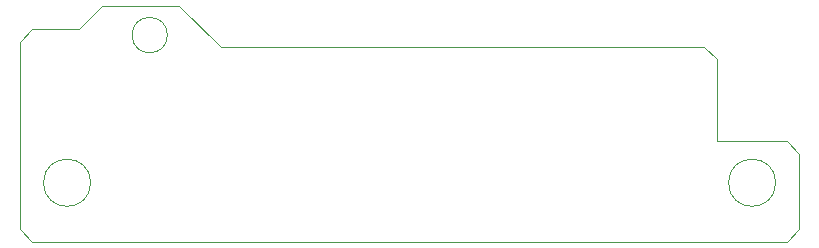
<source format=gbr>
%TF.GenerationSoftware,KiCad,Pcbnew,5.1.9*%
%TF.CreationDate,2021-02-16T04:37:06+02:00*%
%TF.ProjectId,PiCase40,50694361-7365-4343-902e-6b696361645f,rev?*%
%TF.SameCoordinates,Original*%
%TF.FileFunction,Profile,NP*%
%FSLAX46Y46*%
G04 Gerber Fmt 4.6, Leading zero omitted, Abs format (unit mm)*
G04 Created by KiCad (PCBNEW 5.1.9) date 2021-02-16 04:37:06*
%MOMM*%
%LPD*%
G01*
G04 APERTURE LIST*
%TA.AperFunction,Profile*%
%ADD10C,0.050000*%
%TD*%
G04 APERTURE END LIST*
D10*
X117083000Y-96065000D02*
X121023000Y-96065000D01*
X121023000Y-96065000D02*
X123023000Y-94065000D01*
X123023000Y-94065000D02*
X129523000Y-94065000D01*
X129523000Y-94065000D02*
X133023000Y-97565000D01*
X133023000Y-97565000D02*
X173962000Y-97565000D01*
X173962000Y-97565000D02*
X175023000Y-98626000D01*
X175023000Y-98626000D02*
X175023000Y-105565000D01*
X175023000Y-105565000D02*
X180962000Y-105565000D01*
X180962000Y-105565000D02*
X182023000Y-106626000D01*
X182023000Y-106626000D02*
X182023000Y-113005000D01*
X182023000Y-113005000D02*
X180962000Y-114065000D01*
X180962000Y-114065000D02*
X117083000Y-114065000D01*
X117083000Y-114065000D02*
X116023000Y-113005000D01*
X116023000Y-113005000D02*
X116023000Y-97126000D01*
X116023000Y-97126000D02*
X117083000Y-96065000D01*
X122023000Y-109065000D02*
G75*
G03*
X122023000Y-109065000I-2000000J0D01*
G01*
X180023000Y-109065000D02*
G75*
G03*
X180023000Y-109065000I-2000000J0D01*
G01*
X128523000Y-96565000D02*
G75*
G03*
X128523000Y-96565000I-1500000J0D01*
G01*
M02*

</source>
